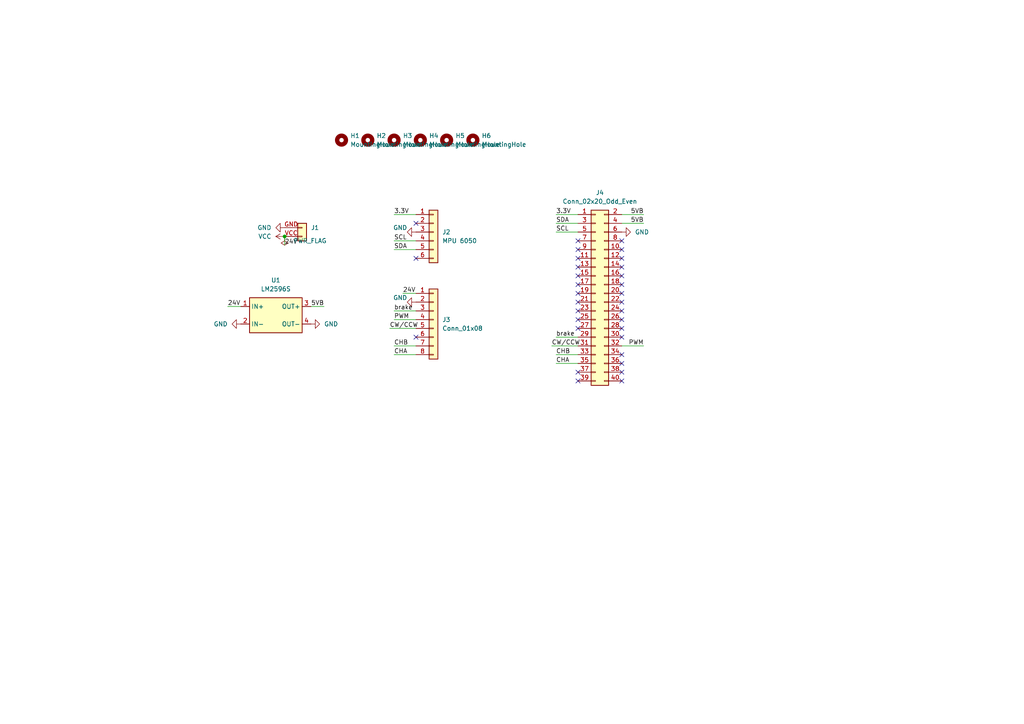
<source format=kicad_sch>
(kicad_sch (version 20211123) (generator eeschema)

  (uuid c9f9accc-add1-491f-a5bc-ff111a891312)

  (paper "A4")

  (lib_symbols
    (symbol "24V_Li_batt:Conn_01x06" (pin_names (offset 1.016) hide) (in_bom yes) (on_board yes)
      (property "Reference" "J" (id 0) (at 0 7.62 0)
        (effects (font (size 1.27 1.27)))
      )
      (property "Value" "Conn_01x06" (id 1) (at 0 -10.16 0)
        (effects (font (size 1.27 1.27)))
      )
      (property "Footprint" "" (id 2) (at 0 0 0)
        (effects (font (size 1.27 1.27)) hide)
      )
      (property "Datasheet" "~" (id 3) (at 0 0 0)
        (effects (font (size 1.27 1.27)) hide)
      )
      (property "ki_keywords" "connector" (id 4) (at 0 0 0)
        (effects (font (size 1.27 1.27)) hide)
      )
      (property "ki_description" "Generic connector, single row, 01x06, script generated (kicad-library-utils/schlib/autogen/connector/)" (id 5) (at 0 0 0)
        (effects (font (size 1.27 1.27)) hide)
      )
      (property "ki_fp_filters" "Connector*:*_1x??_*" (id 6) (at 0 0 0)
        (effects (font (size 1.27 1.27)) hide)
      )
      (symbol "Conn_01x06_1_1"
        (rectangle (start -1.27 -7.493) (end 0 -7.747)
          (stroke (width 0.1524) (type default) (color 0 0 0 0))
          (fill (type none))
        )
        (rectangle (start -1.27 -4.953) (end 0 -5.207)
          (stroke (width 0.1524) (type default) (color 0 0 0 0))
          (fill (type none))
        )
        (rectangle (start -1.27 -2.413) (end 0 -2.667)
          (stroke (width 0.1524) (type default) (color 0 0 0 0))
          (fill (type none))
        )
        (rectangle (start -1.27 0.127) (end 0 -0.127)
          (stroke (width 0.1524) (type default) (color 0 0 0 0))
          (fill (type none))
        )
        (rectangle (start -1.27 2.667) (end 0 2.413)
          (stroke (width 0.1524) (type default) (color 0 0 0 0))
          (fill (type none))
        )
        (rectangle (start -1.27 5.207) (end 0 4.953)
          (stroke (width 0.1524) (type default) (color 0 0 0 0))
          (fill (type none))
        )
        (rectangle (start -1.27 6.35) (end 1.27 -8.89)
          (stroke (width 0.254) (type default) (color 0 0 0 0))
          (fill (type background))
        )
        (pin passive line (at -5.08 5.08 0) (length 3.81)
          (name "Pin_1" (effects (font (size 1.27 1.27))))
          (number "1" (effects (font (size 1.27 1.27))))
        )
        (pin passive line (at -5.08 2.54 0) (length 3.81)
          (name "Pin_2" (effects (font (size 1.27 1.27))))
          (number "2" (effects (font (size 1.27 1.27))))
        )
        (pin passive line (at -5.08 0 0) (length 3.81)
          (name "Pin_3" (effects (font (size 1.27 1.27))))
          (number "3" (effects (font (size 1.27 1.27))))
        )
        (pin passive line (at -5.08 -2.54 0) (length 3.81)
          (name "Pin_4" (effects (font (size 1.27 1.27))))
          (number "4" (effects (font (size 1.27 1.27))))
        )
        (pin passive line (at -5.08 -5.08 0) (length 3.81)
          (name "Pin_5" (effects (font (size 1.27 1.27))))
          (number "5" (effects (font (size 1.27 1.27))))
        )
        (pin passive line (at -5.08 -7.62 0) (length 3.81)
          (name "Pin_6" (effects (font (size 1.27 1.27))))
          (number "6" (effects (font (size 1.27 1.27))))
        )
      )
    )
    (symbol "24V_Li_batt:Conn_01x08" (pin_names (offset 1.016) hide) (in_bom yes) (on_board yes)
      (property "Reference" "J" (id 0) (at 0 10.16 0)
        (effects (font (size 1.27 1.27)))
      )
      (property "Value" "Conn_01x08" (id 1) (at 0 -12.7 0)
        (effects (font (size 1.27 1.27)))
      )
      (property "Footprint" "" (id 2) (at 0 0 0)
        (effects (font (size 1.27 1.27)) hide)
      )
      (property "Datasheet" "~" (id 3) (at 0 0 0)
        (effects (font (size 1.27 1.27)) hide)
      )
      (property "ki_keywords" "connector" (id 4) (at 0 0 0)
        (effects (font (size 1.27 1.27)) hide)
      )
      (property "ki_description" "Generic connector, single row, 01x08, script generated (kicad-library-utils/schlib/autogen/connector/)" (id 5) (at 0 0 0)
        (effects (font (size 1.27 1.27)) hide)
      )
      (property "ki_fp_filters" "Connector*:*_1x??_*" (id 6) (at 0 0 0)
        (effects (font (size 1.27 1.27)) hide)
      )
      (symbol "Conn_01x08_1_1"
        (rectangle (start -1.27 -10.033) (end 0 -10.287)
          (stroke (width 0.1524) (type default) (color 0 0 0 0))
          (fill (type none))
        )
        (rectangle (start -1.27 -7.493) (end 0 -7.747)
          (stroke (width 0.1524) (type default) (color 0 0 0 0))
          (fill (type none))
        )
        (rectangle (start -1.27 -4.953) (end 0 -5.207)
          (stroke (width 0.1524) (type default) (color 0 0 0 0))
          (fill (type none))
        )
        (rectangle (start -1.27 -2.413) (end 0 -2.667)
          (stroke (width 0.1524) (type default) (color 0 0 0 0))
          (fill (type none))
        )
        (rectangle (start -1.27 0.127) (end 0 -0.127)
          (stroke (width 0.1524) (type default) (color 0 0 0 0))
          (fill (type none))
        )
        (rectangle (start -1.27 2.667) (end 0 2.413)
          (stroke (width 0.1524) (type default) (color 0 0 0 0))
          (fill (type none))
        )
        (rectangle (start -1.27 5.207) (end 0 4.953)
          (stroke (width 0.1524) (type default) (color 0 0 0 0))
          (fill (type none))
        )
        (rectangle (start -1.27 7.747) (end 0 7.493)
          (stroke (width 0.1524) (type default) (color 0 0 0 0))
          (fill (type none))
        )
        (rectangle (start -1.27 8.89) (end 1.27 -11.43)
          (stroke (width 0.254) (type default) (color 0 0 0 0))
          (fill (type background))
        )
        (pin passive line (at -5.08 7.62 0) (length 3.81)
          (name "Pin_1" (effects (font (size 1.27 1.27))))
          (number "1" (effects (font (size 1.27 1.27))))
        )
        (pin passive line (at -5.08 5.08 0) (length 3.81)
          (name "Pin_2" (effects (font (size 1.27 1.27))))
          (number "2" (effects (font (size 1.27 1.27))))
        )
        (pin passive line (at -5.08 2.54 0) (length 3.81)
          (name "Pin_3" (effects (font (size 1.27 1.27))))
          (number "3" (effects (font (size 1.27 1.27))))
        )
        (pin passive line (at -5.08 0 0) (length 3.81)
          (name "Pin_4" (effects (font (size 1.27 1.27))))
          (number "4" (effects (font (size 1.27 1.27))))
        )
        (pin passive line (at -5.08 -2.54 0) (length 3.81)
          (name "Pin_5" (effects (font (size 1.27 1.27))))
          (number "5" (effects (font (size 1.27 1.27))))
        )
        (pin passive line (at -5.08 -5.08 0) (length 3.81)
          (name "Pin_6" (effects (font (size 1.27 1.27))))
          (number "6" (effects (font (size 1.27 1.27))))
        )
        (pin passive line (at -5.08 -7.62 0) (length 3.81)
          (name "Pin_7" (effects (font (size 1.27 1.27))))
          (number "7" (effects (font (size 1.27 1.27))))
        )
        (pin passive line (at -5.08 -10.16 0) (length 3.81)
          (name "Pin_8" (effects (font (size 1.27 1.27))))
          (number "8" (effects (font (size 1.27 1.27))))
        )
      )
    )
    (symbol "24V_Li_batt:Conn_02x20_Odd_Even" (pin_names (offset 1.016) hide) (in_bom yes) (on_board yes)
      (property "Reference" "J" (id 0) (at 1.27 25.4 0)
        (effects (font (size 1.27 1.27)))
      )
      (property "Value" "Conn_02x20_Odd_Even" (id 1) (at 1.27 -27.94 0)
        (effects (font (size 1.27 1.27)))
      )
      (property "Footprint" "" (id 2) (at 0 0 0)
        (effects (font (size 1.27 1.27)) hide)
      )
      (property "Datasheet" "~" (id 3) (at 0 0 0)
        (effects (font (size 1.27 1.27)) hide)
      )
      (property "ki_keywords" "connector" (id 4) (at 0 0 0)
        (effects (font (size 1.27 1.27)) hide)
      )
      (property "ki_description" "Generic connector, double row, 02x20, odd/even pin numbering scheme (row 1 odd numbers, row 2 even numbers), script generated (kicad-library-utils/schlib/autogen/connector/)" (id 5) (at 0 0 0)
        (effects (font (size 1.27 1.27)) hide)
      )
      (property "ki_fp_filters" "Connector*:*_2x??_*" (id 6) (at 0 0 0)
        (effects (font (size 1.27 1.27)) hide)
      )
      (symbol "Conn_02x20_Odd_Even_1_1"
        (rectangle (start -1.27 -25.273) (end 0 -25.527)
          (stroke (width 0.1524) (type default) (color 0 0 0 0))
          (fill (type none))
        )
        (rectangle (start -1.27 -22.733) (end 0 -22.987)
          (stroke (width 0.1524) (type default) (color 0 0 0 0))
          (fill (type none))
        )
        (rectangle (start -1.27 -20.193) (end 0 -20.447)
          (stroke (width 0.1524) (type default) (color 0 0 0 0))
          (fill (type none))
        )
        (rectangle (start -1.27 -17.653) (end 0 -17.907)
          (stroke (width 0.1524) (type default) (color 0 0 0 0))
          (fill (type none))
        )
        (rectangle (start -1.27 -15.113) (end 0 -15.367)
          (stroke (width 0.1524) (type default) (color 0 0 0 0))
          (fill (type none))
        )
        (rectangle (start -1.27 -12.573) (end 0 -12.827)
          (stroke (width 0.1524) (type default) (color 0 0 0 0))
          (fill (type none))
        )
        (rectangle (start -1.27 -10.033) (end 0 -10.287)
          (stroke (width 0.1524) (type default) (color 0 0 0 0))
          (fill (type none))
        )
        (rectangle (start -1.27 -7.493) (end 0 -7.747)
          (stroke (width 0.1524) (type default) (color 0 0 0 0))
          (fill (type none))
        )
        (rectangle (start -1.27 -4.953) (end 0 -5.207)
          (stroke (width 0.1524) (type default) (color 0 0 0 0))
          (fill (type none))
        )
        (rectangle (start -1.27 -2.413) (end 0 -2.667)
          (stroke (width 0.1524) (type default) (color 0 0 0 0))
          (fill (type none))
        )
        (rectangle (start -1.27 0.127) (end 0 -0.127)
          (stroke (width 0.1524) (type default) (color 0 0 0 0))
          (fill (type none))
        )
        (rectangle (start -1.27 2.667) (end 0 2.413)
          (stroke (width 0.1524) (type default) (color 0 0 0 0))
          (fill (type none))
        )
        (rectangle (start -1.27 5.207) (end 0 4.953)
          (stroke (width 0.1524) (type default) (color 0 0 0 0))
          (fill (type none))
        )
        (rectangle (start -1.27 7.747) (end 0 7.493)
          (stroke (width 0.1524) (type default) (color 0 0 0 0))
          (fill (type none))
        )
        (rectangle (start -1.27 10.287) (end 0 10.033)
          (stroke (width 0.1524) (type default) (color 0 0 0 0))
          (fill (type none))
        )
        (rectangle (start -1.27 12.827) (end 0 12.573)
          (stroke (width 0.1524) (type default) (color 0 0 0 0))
          (fill (type none))
        )
        (rectangle (start -1.27 15.367) (end 0 15.113)
          (stroke (width 0.1524) (type default) (color 0 0 0 0))
          (fill (type none))
        )
        (rectangle (start -1.27 17.907) (end 0 17.653)
          (stroke (width 0.1524) (type default) (color 0 0 0 0))
          (fill (type none))
        )
        (rectangle (start -1.27 20.447) (end 0 20.193)
          (stroke (width 0.1524) (type default) (color 0 0 0 0))
          (fill (type none))
        )
        (rectangle (start -1.27 22.987) (end 0 22.733)
          (stroke (width 0.1524) (type default) (color 0 0 0 0))
          (fill (type none))
        )
        (rectangle (start -1.27 24.13) (end 3.81 -26.67)
          (stroke (width 0.254) (type default) (color 0 0 0 0))
          (fill (type background))
        )
        (rectangle (start 3.81 -25.273) (end 2.54 -25.527)
          (stroke (width 0.1524) (type default) (color 0 0 0 0))
          (fill (type none))
        )
        (rectangle (start 3.81 -22.733) (end 2.54 -22.987)
          (stroke (width 0.1524) (type default) (color 0 0 0 0))
          (fill (type none))
        )
        (rectangle (start 3.81 -20.193) (end 2.54 -20.447)
          (stroke (width 0.1524) (type default) (color 0 0 0 0))
          (fill (type none))
        )
        (rectangle (start 3.81 -17.653) (end 2.54 -17.907)
          (stroke (width 0.1524) (type default) (color 0 0 0 0))
          (fill (type none))
        )
        (rectangle (start 3.81 -15.113) (end 2.54 -15.367)
          (stroke (width 0.1524) (type default) (color 0 0 0 0))
          (fill (type none))
        )
        (rectangle (start 3.81 -12.573) (end 2.54 -12.827)
          (stroke (width 0.1524) (type default) (color 0 0 0 0))
          (fill (type none))
        )
        (rectangle (start 3.81 -10.033) (end 2.54 -10.287)
          (stroke (width 0.1524) (type default) (color 0 0 0 0))
          (fill (type none))
        )
        (rectangle (start 3.81 -7.493) (end 2.54 -7.747)
          (stroke (width 0.1524) (type default) (color 0 0 0 0))
          (fill (type none))
        )
        (rectangle (start 3.81 -4.953) (end 2.54 -5.207)
          (stroke (width 0.1524) (type default) (color 0 0 0 0))
          (fill (type none))
        )
        (rectangle (start 3.81 -2.413) (end 2.54 -2.667)
          (stroke (width 0.1524) (type default) (color 0 0 0 0))
          (fill (type none))
        )
        (rectangle (start 3.81 0.127) (end 2.54 -0.127)
          (stroke (width 0.1524) (type default) (color 0 0 0 0))
          (fill (type none))
        )
        (rectangle (start 3.81 2.667) (end 2.54 2.413)
          (stroke (width 0.1524) (type default) (color 0 0 0 0))
          (fill (type none))
        )
        (rectangle (start 3.81 5.207) (end 2.54 4.953)
          (stroke (width 0.1524) (type default) (color 0 0 0 0))
          (fill (type none))
        )
        (rectangle (start 3.81 7.747) (end 2.54 7.493)
          (stroke (width 0.1524) (type default) (color 0 0 0 0))
          (fill (type none))
        )
        (rectangle (start 3.81 10.287) (end 2.54 10.033)
          (stroke (width 0.1524) (type default) (color 0 0 0 0))
          (fill (type none))
        )
        (rectangle (start 3.81 12.827) (end 2.54 12.573)
          (stroke (width 0.1524) (type default) (color 0 0 0 0))
          (fill (type none))
        )
        (rectangle (start 3.81 15.367) (end 2.54 15.113)
          (stroke (width 0.1524) (type default) (color 0 0 0 0))
          (fill (type none))
        )
        (rectangle (start 3.81 17.907) (end 2.54 17.653)
          (stroke (width 0.1524) (type default) (color 0 0 0 0))
          (fill (type none))
        )
        (rectangle (start 3.81 20.447) (end 2.54 20.193)
          (stroke (width 0.1524) (type default) (color 0 0 0 0))
          (fill (type none))
        )
        (rectangle (start 3.81 22.987) (end 2.54 22.733)
          (stroke (width 0.1524) (type default) (color 0 0 0 0))
          (fill (type none))
        )
        (pin passive line (at -5.08 22.86 0) (length 3.81)
          (name "Pin_1" (effects (font (size 1.27 1.27))))
          (number "1" (effects (font (size 1.27 1.27))))
        )
        (pin passive line (at 7.62 12.7 180) (length 3.81)
          (name "Pin_10" (effects (font (size 1.27 1.27))))
          (number "10" (effects (font (size 1.27 1.27))))
        )
        (pin passive line (at -5.08 10.16 0) (length 3.81)
          (name "Pin_11" (effects (font (size 1.27 1.27))))
          (number "11" (effects (font (size 1.27 1.27))))
        )
        (pin passive line (at 7.62 10.16 180) (length 3.81)
          (name "Pin_12" (effects (font (size 1.27 1.27))))
          (number "12" (effects (font (size 1.27 1.27))))
        )
        (pin passive line (at -5.08 7.62 0) (length 3.81)
          (name "Pin_13" (effects (font (size 1.27 1.27))))
          (number "13" (effects (font (size 1.27 1.27))))
        )
        (pin passive line (at 7.62 7.62 180) (length 3.81)
          (name "Pin_14" (effects (font (size 1.27 1.27))))
          (number "14" (effects (font (size 1.27 1.27))))
        )
        (pin passive line (at -5.08 5.08 0) (length 3.81)
          (name "Pin_15" (effects (font (size 1.27 1.27))))
          (number "15" (effects (font (size 1.27 1.27))))
        )
        (pin passive line (at 7.62 5.08 180) (length 3.81)
          (name "Pin_16" (effects (font (size 1.27 1.27))))
          (number "16" (effects (font (size 1.27 1.27))))
        )
        (pin passive line (at -5.08 2.54 0) (length 3.81)
          (name "Pin_17" (effects (font (size 1.27 1.27))))
          (number "17" (effects (font (size 1.27 1.27))))
        )
        (pin passive line (at 7.62 2.54 180) (length 3.81)
          (name "Pin_18" (effects (font (size 1.27 1.27))))
          (number "18" (effects (font (size 1.27 1.27))))
        )
        (pin passive line (at -5.08 0 0) (length 3.81)
          (name "Pin_19" (effects (font (size 1.27 1.27))))
          (number "19" (effects (font (size 1.27 1.27))))
        )
        (pin passive line (at 7.62 22.86 180) (length 3.81)
          (name "Pin_2" (effects (font (size 1.27 1.27))))
          (number "2" (effects (font (size 1.27 1.27))))
        )
        (pin passive line (at 7.62 0 180) (length 3.81)
          (name "Pin_20" (effects (font (size 1.27 1.27))))
          (number "20" (effects (font (size 1.27 1.27))))
        )
        (pin passive line (at -5.08 -2.54 0) (length 3.81)
          (name "Pin_21" (effects (font (size 1.27 1.27))))
          (number "21" (effects (font (size 1.27 1.27))))
        )
        (pin passive line (at 7.62 -2.54 180) (length 3.81)
          (name "Pin_22" (effects (font (size 1.27 1.27))))
          (number "22" (effects (font (size 1.27 1.27))))
        )
        (pin passive line (at -5.08 -5.08 0) (length 3.81)
          (name "Pin_23" (effects (font (size 1.27 1.27))))
          (number "23" (effects (font (size 1.27 1.27))))
        )
        (pin passive line (at 7.62 -5.08 180) (length 3.81)
          (name "Pin_24" (effects (font (size 1.27 1.27))))
          (number "24" (effects (font (size 1.27 1.27))))
        )
        (pin passive line (at -5.08 -7.62 0) (length 3.81)
          (name "Pin_25" (effects (font (size 1.27 1.27))))
          (number "25" (effects (font (size 1.27 1.27))))
        )
        (pin passive line (at 7.62 -7.62 180) (length 3.81)
          (name "Pin_26" (effects (font (size 1.27 1.27))))
          (number "26" (effects (font (size 1.27 1.27))))
        )
        (pin passive line (at -5.08 -10.16 0) (length 3.81)
          (name "Pin_27" (effects (font (size 1.27 1.27))))
          (number "27" (effects (font (size 1.27 1.27))))
        )
        (pin passive line (at 7.62 -10.16 180) (length 3.81)
          (name "Pin_28" (effects (font (size 1.27 1.27))))
          (number "28" (effects (font (size 1.27 1.27))))
        )
        (pin passive line (at -5.08 -12.7 0) (length 3.81)
          (name "Pin_29" (effects (font (size 1.27 1.27))))
          (number "29" (effects (font (size 1.27 1.27))))
        )
        (pin passive line (at -5.08 20.32 0) (length 3.81)
          (name "Pin_3" (effects (font (size 1.27 1.27))))
          (number "3" (effects (font (size 1.27 1.27))))
        )
        (pin passive line (at 7.62 -12.7 180) (length 3.81)
          (name "Pin_30" (effects (font (size 1.27 1.27))))
          (number "30" (effects (font (size 1.27 1.27))))
        )
        (pin passive line (at -5.08 -15.24 0) (length 3.81)
          (name "Pin_31" (effects (font (size 1.27 1.27))))
          (number "31" (effects (font (size 1.27 1.27))))
        )
        (pin passive line (at 7.62 -15.24 180) (length 3.81)
          (name "Pin_32" (effects (font (size 1.27 1.27))))
          (number "32" (effects (font (size 1.27 1.27))))
        )
        (pin passive line (at -5.08 -17.78 0) (length 3.81)
          (name "Pin_33" (effects (font (size 1.27 1.27))))
          (number "33" (effects (font (size 1.27 1.27))))
        )
        (pin passive line (at 7.62 -17.78 180) (length 3.81)
          (name "Pin_34" (effects (font (size 1.27 1.27))))
          (number "34" (effects (font (size 1.27 1.27))))
        )
        (pin passive line (at -5.08 -20.32 0) (length 3.81)
          (name "Pin_35" (effects (font (size 1.27 1.27))))
          (number "35" (effects (font (size 1.27 1.27))))
        )
        (pin passive line (at 7.62 -20.32 180) (length 3.81)
          (name "Pin_36" (effects (font (size 1.27 1.27))))
          (number "36" (effects (font (size 1.27 1.27))))
        )
        (pin passive line (at -5.08 -22.86 0) (length 3.81)
          (name "Pin_37" (effects (font (size 1.27 1.27))))
          (number "37" (effects (font (size 1.27 1.27))))
        )
        (pin passive line (at 7.62 -22.86 180) (length 3.81)
          (name "Pin_38" (effects (font (size 1.27 1.27))))
          (number "38" (effects (font (size 1.27 1.27))))
        )
        (pin passive line (at -5.08 -25.4 0) (length 3.81)
          (name "Pin_39" (effects (font (size 1.27 1.27))))
          (number "39" (effects (font (size 1.27 1.27))))
        )
        (pin passive line (at 7.62 20.32 180) (length 3.81)
          (name "Pin_4" (effects (font (size 1.27 1.27))))
          (number "4" (effects (font (size 1.27 1.27))))
        )
        (pin passive line (at 7.62 -25.4 180) (length 3.81)
          (name "Pin_40" (effects (font (size 1.27 1.27))))
          (number "40" (effects (font (size 1.27 1.27))))
        )
        (pin passive line (at -5.08 17.78 0) (length 3.81)
          (name "Pin_5" (effects (font (size 1.27 1.27))))
          (number "5" (effects (font (size 1.27 1.27))))
        )
        (pin passive line (at 7.62 17.78 180) (length 3.81)
          (name "Pin_6" (effects (font (size 1.27 1.27))))
          (number "6" (effects (font (size 1.27 1.27))))
        )
        (pin passive line (at -5.08 15.24 0) (length 3.81)
          (name "Pin_7" (effects (font (size 1.27 1.27))))
          (number "7" (effects (font (size 1.27 1.27))))
        )
        (pin passive line (at 7.62 15.24 180) (length 3.81)
          (name "Pin_8" (effects (font (size 1.27 1.27))))
          (number "8" (effects (font (size 1.27 1.27))))
        )
        (pin passive line (at -5.08 12.7 0) (length 3.81)
          (name "Pin_9" (effects (font (size 1.27 1.27))))
          (number "9" (effects (font (size 1.27 1.27))))
        )
      )
    )
    (symbol "24V_Li_batt:Li 24V Battery" (pin_names (offset 1.016) hide) (in_bom yes) (on_board yes)
      (property "Reference" "J1" (id 0) (at 2.54 0.0001 0)
        (effects (font (size 1.27 1.27)) (justify left))
      )
      (property "Value" "Li 24V Battery" (id 1) (at 2.54 -2.5399 0)
        (effects (font (size 1.27 1.27)) (justify left) hide)
      )
      (property "Footprint" "cube:24V_Li_batt" (id 2) (at 0 2.54 0)
        (effects (font (size 1.27 1.27)) hide)
      )
      (property "Datasheet" "~" (id 3) (at 0 0 0)
        (effects (font (size 1.27 1.27)) hide)
      )
      (property "ki_keywords" "connector" (id 4) (at 0 0 0)
        (effects (font (size 1.27 1.27)) hide)
      )
      (property "ki_description" "Generic connector, single row, 01x02, script generated (kicad-library-utils/schlib/autogen/connector/)" (id 5) (at 0 0 0)
        (effects (font (size 1.27 1.27)) hide)
      )
      (property "ki_fp_filters" "Connector*:*_1x??_*" (id 6) (at 0 0 0)
        (effects (font (size 1.27 1.27)) hide)
      )
      (symbol "Li 24V Battery_1_1"
        (rectangle (start -1.27 -2.413) (end 0 -2.667)
          (stroke (width 0.1524) (type default) (color 0 0 0 0))
          (fill (type none))
        )
        (rectangle (start -1.27 0.127) (end 0 -0.127)
          (stroke (width 0.1524) (type default) (color 0 0 0 0))
          (fill (type none))
        )
        (rectangle (start -1.27 1.27) (end 1.27 -3.81)
          (stroke (width 0.254) (type default) (color 0 0 0 0))
          (fill (type background))
        )
        (pin input line (at -5.08 0 0) (length 3.81)
          (name "Pin_1" (effects (font (size 1.27 1.27))))
          (number "GND" (effects (font (size 1.27 1.27))))
        )
        (pin power_in line (at -5.08 -2.54 0) (length 3.81)
          (name "Pin_2" (effects (font (size 1.27 1.27))))
          (number "VCC" (effects (font (size 1.27 1.27))))
        )
      )
    )
    (symbol "Mechanical:MountingHole" (pin_names (offset 1.016)) (in_bom yes) (on_board yes)
      (property "Reference" "H" (id 0) (at 0 5.08 0)
        (effects (font (size 1.27 1.27)))
      )
      (property "Value" "MountingHole" (id 1) (at 0 3.175 0)
        (effects (font (size 1.27 1.27)))
      )
      (property "Footprint" "" (id 2) (at 0 0 0)
        (effects (font (size 1.27 1.27)) hide)
      )
      (property "Datasheet" "~" (id 3) (at 0 0 0)
        (effects (font (size 1.27 1.27)) hide)
      )
      (property "ki_keywords" "mounting hole" (id 4) (at 0 0 0)
        (effects (font (size 1.27 1.27)) hide)
      )
      (property "ki_description" "Mounting Hole without connection" (id 5) (at 0 0 0)
        (effects (font (size 1.27 1.27)) hide)
      )
      (property "ki_fp_filters" "MountingHole*" (id 6) (at 0 0 0)
        (effects (font (size 1.27 1.27)) hide)
      )
      (symbol "MountingHole_0_1"
        (circle (center 0 0) (radius 1.27)
          (stroke (width 1.27) (type default) (color 0 0 0 0))
          (fill (type none))
        )
      )
    )
    (symbol "Regulator_Switching:LM2596S" (in_bom yes) (on_board yes)
      (property "Reference" "U1" (id 0) (at 0 10.16 0)
        (effects (font (size 1.27 1.27)))
      )
      (property "Value" "LM2596S" (id 1) (at 0 7.62 0)
        (effects (font (size 1.27 1.27)))
      )
      (property "Footprint" "cube:LM2596S_mod" (id 2) (at 0 -10.16 0)
        (effects (font (size 1.27 1.27) italic) hide)
      )
      (property "Datasheet" "" (id 3) (at 0 -12.7 0)
        (effects (font (size 1.27 1.27)) hide)
      )
      (property "ki_keywords" "linear regulator ldo adjustable positive" (id 4) (at 0 0 0)
        (effects (font (size 1.27 1.27)) hide)
      )
      (property "ki_description" "200mA, Low Noise, CMOS Low Dropout Regulator, Positive, Adjustable, SOIC-8" (id 5) (at 0 0 0)
        (effects (font (size 1.27 1.27)) hide)
      )
      (property "ki_fp_filters" "SOIC*1EP*3.9x4.9mm*P1.27mm*" (id 6) (at 0 0 0)
        (effects (font (size 1.27 1.27)) hide)
      )
      (symbol "LM2596S_0_1"
        (rectangle (start -7.62 5.08) (end 7.62 -5.08)
          (stroke (width 0.254) (type default) (color 0 0 0 0))
          (fill (type background))
        )
      )
      (symbol "LM2596S_1_1"
        (pin power_in line (at -10.16 2.54 0) (length 2.54)
          (name "IN+" (effects (font (size 1.27 1.27))))
          (number "1" (effects (font (size 1.27 1.27))))
        )
        (pin input line (at -10.16 -2.54 0) (length 2.54)
          (name "IN-" (effects (font (size 1.27 1.27))))
          (number "2" (effects (font (size 1.27 1.27))))
        )
        (pin power_out line (at 10.16 2.54 180) (length 2.54)
          (name "OUT+" (effects (font (size 1.27 1.27))))
          (number "3" (effects (font (size 1.27 1.27))))
        )
        (pin power_out line (at 10.16 -2.54 180) (length 2.54)
          (name "OUT-" (effects (font (size 1.27 1.27))))
          (number "4" (effects (font (size 1.27 1.27))))
        )
      )
    )
    (symbol "power:GND" (power) (pin_names (offset 0)) (in_bom yes) (on_board yes)
      (property "Reference" "#PWR" (id 0) (at 0 -6.35 0)
        (effects (font (size 1.27 1.27)) hide)
      )
      (property "Value" "GND" (id 1) (at 0 -3.81 0)
        (effects (font (size 1.27 1.27)))
      )
      (property "Footprint" "" (id 2) (at 0 0 0)
        (effects (font (size 1.27 1.27)) hide)
      )
      (property "Datasheet" "" (id 3) (at 0 0 0)
        (effects (font (size 1.27 1.27)) hide)
      )
      (property "ki_keywords" "power-flag" (id 4) (at 0 0 0)
        (effects (font (size 1.27 1.27)) hide)
      )
      (property "ki_description" "Power symbol creates a global label with name \"GND\" , ground" (id 5) (at 0 0 0)
        (effects (font (size 1.27 1.27)) hide)
      )
      (symbol "GND_0_1"
        (polyline
          (pts
            (xy 0 0)
            (xy 0 -1.27)
            (xy 1.27 -1.27)
            (xy 0 -2.54)
            (xy -1.27 -1.27)
            (xy 0 -1.27)
          )
          (stroke (width 0) (type default) (color 0 0 0 0))
          (fill (type none))
        )
      )
      (symbol "GND_1_1"
        (pin power_in line (at 0 0 270) (length 0) hide
          (name "GND" (effects (font (size 1.27 1.27))))
          (number "1" (effects (font (size 1.27 1.27))))
        )
      )
    )
    (symbol "power:PWR_FLAG" (power) (pin_numbers hide) (pin_names (offset 0) hide) (in_bom yes) (on_board yes)
      (property "Reference" "#FLG" (id 0) (at 0 1.905 0)
        (effects (font (size 1.27 1.27)) hide)
      )
      (property "Value" "PWR_FLAG" (id 1) (at 0 3.81 0)
        (effects (font (size 1.27 1.27)))
      )
      (property "Footprint" "" (id 2) (at 0 0 0)
        (effects (font (size 1.27 1.27)) hide)
      )
      (property "Datasheet" "~" (id 3) (at 0 0 0)
        (effects (font (size 1.27 1.27)) hide)
      )
      (property "ki_keywords" "power-flag" (id 4) (at 0 0 0)
        (effects (font (size 1.27 1.27)) hide)
      )
      (property "ki_description" "Special symbol for telling ERC where power comes from" (id 5) (at 0 0 0)
        (effects (font (size 1.27 1.27)) hide)
      )
      (symbol "PWR_FLAG_0_0"
        (pin power_out line (at 0 0 90) (length 0)
          (name "pwr" (effects (font (size 1.27 1.27))))
          (number "1" (effects (font (size 1.27 1.27))))
        )
      )
      (symbol "PWR_FLAG_0_1"
        (polyline
          (pts
            (xy 0 0)
            (xy 0 1.27)
            (xy -1.016 1.905)
            (xy 0 2.54)
            (xy 1.016 1.905)
            (xy 0 1.27)
          )
          (stroke (width 0) (type default) (color 0 0 0 0))
          (fill (type none))
        )
      )
    )
    (symbol "power:VCC" (power) (pin_names (offset 0)) (in_bom yes) (on_board yes)
      (property "Reference" "#PWR" (id 0) (at 0 -3.81 0)
        (effects (font (size 1.27 1.27)) hide)
      )
      (property "Value" "VCC" (id 1) (at 0 3.81 0)
        (effects (font (size 1.27 1.27)))
      )
      (property "Footprint" "" (id 2) (at 0 0 0)
        (effects (font (size 1.27 1.27)) hide)
      )
      (property "Datasheet" "" (id 3) (at 0 0 0)
        (effects (font (size 1.27 1.27)) hide)
      )
      (property "ki_keywords" "power-flag" (id 4) (at 0 0 0)
        (effects (font (size 1.27 1.27)) hide)
      )
      (property "ki_description" "Power symbol creates a global label with name \"VCC\"" (id 5) (at 0 0 0)
        (effects (font (size 1.27 1.27)) hide)
      )
      (symbol "VCC_0_1"
        (polyline
          (pts
            (xy -0.762 1.27)
            (xy 0 2.54)
          )
          (stroke (width 0) (type default) (color 0 0 0 0))
          (fill (type none))
        )
        (polyline
          (pts
            (xy 0 0)
            (xy 0 2.54)
          )
          (stroke (width 0) (type default) (color 0 0 0 0))
          (fill (type none))
        )
        (polyline
          (pts
            (xy 0 2.54)
            (xy 0.762 1.27)
          )
          (stroke (width 0) (type default) (color 0 0 0 0))
          (fill (type none))
        )
      )
      (symbol "VCC_1_1"
        (pin power_in line (at 0 0 90) (length 0) hide
          (name "VCC" (effects (font (size 1.27 1.27))))
          (number "1" (effects (font (size 1.27 1.27))))
        )
      )
    )
  )

  (junction (at 82.55 68.58) (diameter 0) (color 0 0 0 0)
    (uuid cc52c3b3-7183-456b-b748-da7aa231ac5b)
  )

  (no_connect (at 120.65 97.79) (uuid 027c3457-ea8d-4db9-a684-c26a3f7b7ca4))
  (no_connect (at 120.65 74.93) (uuid 6304882a-809d-4a5e-b34e-899624023059))
  (no_connect (at 167.64 77.47) (uuid 99b27f45-4dd2-4ab6-b97d-6526c121c32d))
  (no_connect (at 167.64 80.01) (uuid 99b27f45-4dd2-4ab6-b97d-6526c121c32e))
  (no_connect (at 167.64 69.85) (uuid 99b27f45-4dd2-4ab6-b97d-6526c121c32f))
  (no_connect (at 167.64 72.39) (uuid 99b27f45-4dd2-4ab6-b97d-6526c121c330))
  (no_connect (at 167.64 74.93) (uuid 99b27f45-4dd2-4ab6-b97d-6526c121c331))
  (no_connect (at 120.65 64.77) (uuid d07516f7-07a9-4c78-8560-a3973e3482f6))
  (no_connect (at 167.64 92.71) (uuid fb423053-5b6c-40dc-87a3-2ac396cbbbf0))
  (no_connect (at 167.64 95.25) (uuid fb423053-5b6c-40dc-87a3-2ac396cbbbf1))
  (no_connect (at 167.64 107.95) (uuid fb423053-5b6c-40dc-87a3-2ac396cbbbf2))
  (no_connect (at 180.34 72.39) (uuid fb423053-5b6c-40dc-87a3-2ac396cbbbf3))
  (no_connect (at 180.34 69.85) (uuid fb423053-5b6c-40dc-87a3-2ac396cbbbf4))
  (no_connect (at 167.64 82.55) (uuid fb423053-5b6c-40dc-87a3-2ac396cbbbf7))
  (no_connect (at 167.64 85.09) (uuid fb423053-5b6c-40dc-87a3-2ac396cbbbf8))
  (no_connect (at 167.64 87.63) (uuid fb423053-5b6c-40dc-87a3-2ac396cbbbf9))
  (no_connect (at 167.64 110.49) (uuid fb423053-5b6c-40dc-87a3-2ac396cbbbfa))
  (no_connect (at 180.34 110.49) (uuid fb423053-5b6c-40dc-87a3-2ac396cbbbfb))
  (no_connect (at 180.34 107.95) (uuid fb423053-5b6c-40dc-87a3-2ac396cbbbfc))
  (no_connect (at 180.34 105.41) (uuid fb423053-5b6c-40dc-87a3-2ac396cbbbfd))
  (no_connect (at 180.34 102.87) (uuid fb423053-5b6c-40dc-87a3-2ac396cbbbfe))
  (no_connect (at 167.64 90.17) (uuid fb423053-5b6c-40dc-87a3-2ac396cbbbff))
  (no_connect (at 180.34 97.79) (uuid fb423053-5b6c-40dc-87a3-2ac396cbbc00))
  (no_connect (at 180.34 95.25) (uuid fb423053-5b6c-40dc-87a3-2ac396cbbc01))
  (no_connect (at 180.34 92.71) (uuid fb423053-5b6c-40dc-87a3-2ac396cbbc02))
  (no_connect (at 180.34 90.17) (uuid fb423053-5b6c-40dc-87a3-2ac396cbbc03))
  (no_connect (at 180.34 87.63) (uuid fb423053-5b6c-40dc-87a3-2ac396cbbc04))
  (no_connect (at 180.34 85.09) (uuid fb423053-5b6c-40dc-87a3-2ac396cbbc05))
  (no_connect (at 180.34 82.55) (uuid fb423053-5b6c-40dc-87a3-2ac396cbbc06))
  (no_connect (at 180.34 80.01) (uuid fb423053-5b6c-40dc-87a3-2ac396cbbc07))
  (no_connect (at 180.34 77.47) (uuid fb423053-5b6c-40dc-87a3-2ac396cbbc08))
  (no_connect (at 180.34 74.93) (uuid fb423053-5b6c-40dc-87a3-2ac396cbbc09))

  (wire (pts (xy 161.29 105.41) (xy 167.64 105.41))
    (stroke (width 0) (type default) (color 0 0 0 0))
    (uuid 080810ef-f09d-4135-8d25-02f44a25a41c)
  )
  (wire (pts (xy 161.29 102.87) (xy 167.64 102.87))
    (stroke (width 0) (type default) (color 0 0 0 0))
    (uuid 0b463952-34c9-47d4-9331-061102c33365)
  )
  (wire (pts (xy 93.98 88.9) (xy 90.17 88.9))
    (stroke (width 0) (type default) (color 0 0 0 0))
    (uuid 1ef29a08-83fb-424e-9ed2-59d61926fdf2)
  )
  (wire (pts (xy 114.3 100.33) (xy 120.65 100.33))
    (stroke (width 0) (type default) (color 0 0 0 0))
    (uuid 1ef367e7-9a66-4995-8c47-189788c0075c)
  )
  (wire (pts (xy 82.55 68.58) (xy 82.55 71.12))
    (stroke (width 0) (type default) (color 0 0 0 0))
    (uuid 28cce7a6-af7a-4b90-a663-b877e8e64ef7)
  )
  (wire (pts (xy 161.29 62.23) (xy 167.64 62.23))
    (stroke (width 0) (type default) (color 0 0 0 0))
    (uuid 39533880-4ae1-4348-9733-0acba459a8ca)
  )
  (wire (pts (xy 114.3 72.39) (xy 120.65 72.39))
    (stroke (width 0) (type default) (color 0 0 0 0))
    (uuid 3db51517-0382-45b4-8299-5330823109dd)
  )
  (wire (pts (xy 114.3 69.85) (xy 120.65 69.85))
    (stroke (width 0) (type default) (color 0 0 0 0))
    (uuid 3eb65cdd-7746-46e4-a244-352e70fda887)
  )
  (wire (pts (xy 116.84 85.09) (xy 120.65 85.09))
    (stroke (width 0) (type default) (color 0 0 0 0))
    (uuid 4835079d-cc36-4ce9-99bc-90f533e7a966)
  )
  (wire (pts (xy 161.29 97.79) (xy 167.64 97.79))
    (stroke (width 0) (type default) (color 0 0 0 0))
    (uuid 5d13a9bf-94d6-4fb0-adfa-4f36d6f0c1a5)
  )
  (wire (pts (xy 113.03 95.25) (xy 120.65 95.25))
    (stroke (width 0) (type default) (color 0 0 0 0))
    (uuid 6f2f14ab-4dfe-446f-bf67-57b4937db946)
  )
  (wire (pts (xy 114.3 62.23) (xy 120.65 62.23))
    (stroke (width 0) (type default) (color 0 0 0 0))
    (uuid 73608711-13f9-4521-9518-fcf1446fc81a)
  )
  (wire (pts (xy 186.69 62.23) (xy 180.34 62.23))
    (stroke (width 0) (type default) (color 0 0 0 0))
    (uuid 7ed6c71b-db81-44fc-b6e5-7b1cbd1a53e1)
  )
  (wire (pts (xy 160.02 100.33) (xy 167.64 100.33))
    (stroke (width 0) (type default) (color 0 0 0 0))
    (uuid 9448d4ac-ea78-41a5-8073-cb4f6cc5a8da)
  )
  (wire (pts (xy 161.29 64.77) (xy 167.64 64.77))
    (stroke (width 0) (type default) (color 0 0 0 0))
    (uuid 96288533-0dcc-4987-8b6c-160969bc5b32)
  )
  (wire (pts (xy 114.3 102.87) (xy 120.65 102.87))
    (stroke (width 0) (type default) (color 0 0 0 0))
    (uuid a2d8dc3e-3047-4d69-86dd-5fcff18ddb60)
  )
  (wire (pts (xy 161.29 67.31) (xy 167.64 67.31))
    (stroke (width 0) (type default) (color 0 0 0 0))
    (uuid a7b1deba-4fa6-479d-996b-fee110ca6a3d)
  )
  (wire (pts (xy 66.04 88.9) (xy 69.85 88.9))
    (stroke (width 0) (type default) (color 0 0 0 0))
    (uuid c22dc0fb-8c5e-4e16-8edb-8a84f49fa084)
  )
  (wire (pts (xy 114.3 90.17) (xy 120.65 90.17))
    (stroke (width 0) (type default) (color 0 0 0 0))
    (uuid cad85c02-0d55-4769-be99-4e561423e746)
  )
  (wire (pts (xy 186.69 64.77) (xy 180.34 64.77))
    (stroke (width 0) (type default) (color 0 0 0 0))
    (uuid d658a137-b98f-4b19-ada6-31782d57b57e)
  )
  (wire (pts (xy 114.3 92.71) (xy 120.65 92.71))
    (stroke (width 0) (type default) (color 0 0 0 0))
    (uuid f4cf059a-9c65-46ba-ab1c-cf6d16de611c)
  )
  (wire (pts (xy 186.69 100.33) (xy 180.34 100.33))
    (stroke (width 0) (type default) (color 0 0 0 0))
    (uuid faf226e1-0ba6-44be-a607-a22c7d7e1ef9)
  )

  (label "PWM" (at 114.3 92.71 0)
    (effects (font (size 1.27 1.27)) (justify left bottom))
    (uuid 050431ef-6d9f-422e-8992-45244cbf9bce)
  )
  (label "5VB" (at 93.98 88.9 180)
    (effects (font (size 1.27 1.27)) (justify right bottom))
    (uuid 05a5d89a-38e4-41f7-a05d-139ce3086157)
  )
  (label "24V" (at 116.84 85.09 0)
    (effects (font (size 1.27 1.27)) (justify left bottom))
    (uuid 0b907169-59dd-483d-b99a-677d6b6283e3)
  )
  (label "3.3V" (at 161.29 62.23 0)
    (effects (font (size 1.27 1.27)) (justify left bottom))
    (uuid 1133d52f-ad58-43dc-9c5b-cda0fc73b8e5)
  )
  (label "CW{slash}CCW" (at 160.02 100.33 0)
    (effects (font (size 1.27 1.27)) (justify left bottom))
    (uuid 2291c74e-5465-4e62-a12b-07cbfcefb5af)
  )
  (label "24V" (at 66.04 88.9 0)
    (effects (font (size 1.27 1.27)) (justify left bottom))
    (uuid 3886c81c-08a8-4951-ae43-7123263324d3)
  )
  (label "SCL" (at 161.29 67.31 0)
    (effects (font (size 1.27 1.27)) (justify left bottom))
    (uuid 39e9493a-1442-49f1-a51f-70a0dd0a0028)
  )
  (label "CHB" (at 114.3 100.33 0)
    (effects (font (size 1.27 1.27)) (justify left bottom))
    (uuid 3dd06346-055f-4043-9148-494f74d64f33)
  )
  (label "brake" (at 114.3 90.17 0)
    (effects (font (size 1.27 1.27)) (justify left bottom))
    (uuid 4134d6ce-dfa1-44ba-9f78-3e055172a330)
  )
  (label "SCL" (at 114.3 69.85 0)
    (effects (font (size 1.27 1.27)) (justify left bottom))
    (uuid 4dff1d83-b76d-415b-af06-4435cd586d5c)
  )
  (label "CHB" (at 161.29 102.87 0)
    (effects (font (size 1.27 1.27)) (justify left bottom))
    (uuid 60d92172-9f29-45c1-abc0-6653a6236979)
  )
  (label "CHA" (at 161.29 105.41 0)
    (effects (font (size 1.27 1.27)) (justify left bottom))
    (uuid 669ee7bf-381b-49fc-96ea-543eeda69fcf)
  )
  (label "5VB" (at 186.69 62.23 180)
    (effects (font (size 1.27 1.27)) (justify right bottom))
    (uuid 6ba697fe-0895-429b-8ce1-848c33a3eeda)
  )
  (label "SDA" (at 114.3 72.39 0)
    (effects (font (size 1.27 1.27)) (justify left bottom))
    (uuid 6cb9b34e-2bda-4508-a1e3-6634f10f559c)
  )
  (label "SDA" (at 161.29 64.77 0)
    (effects (font (size 1.27 1.27)) (justify left bottom))
    (uuid 6eafd2d5-542b-4cd5-906e-f092461d04c3)
  )
  (label "CHA" (at 114.3 102.87 0)
    (effects (font (size 1.27 1.27)) (justify left bottom))
    (uuid 7ad092b0-0f56-4251-98cf-3962b2240e84)
  )
  (label "PWM" (at 186.69 100.33 180)
    (effects (font (size 1.27 1.27)) (justify right bottom))
    (uuid 7fa5cb1c-f301-4fab-bc7c-d76e57ae379a)
  )
  (label "CW{slash}CCW" (at 113.03 95.25 0)
    (effects (font (size 1.27 1.27)) (justify left bottom))
    (uuid a7bb4e7c-9dca-4b21-8f76-9724ca200ebc)
  )
  (label "24V" (at 82.55 71.12 0)
    (effects (font (size 1.27 1.27)) (justify left bottom))
    (uuid ae485f34-bb78-475a-b14a-38e9d63ee1b5)
  )
  (label "brake" (at 161.29 97.79 0)
    (effects (font (size 1.27 1.27)) (justify left bottom))
    (uuid bd61dcd0-776a-415c-8278-ba7ca13db9bb)
  )
  (label "5VB" (at 186.69 64.77 180)
    (effects (font (size 1.27 1.27)) (justify right bottom))
    (uuid f6174b87-d70f-4a84-8a01-eb1c51def5a0)
  )
  (label "3.3V" (at 114.3 62.23 0)
    (effects (font (size 1.27 1.27)) (justify left bottom))
    (uuid ff717f78-b419-4450-9e4f-2a279eeb6c7f)
  )

  (symbol (lib_id "24V_Li_batt:Conn_01x08") (at 125.73 92.71 0) (unit 1)
    (in_bom yes) (on_board yes) (fields_autoplaced)
    (uuid 089f07a0-54ef-4f54-afcd-aed39336d4bc)
    (property "Reference" "J3" (id 0) (at 128.27 92.7099 0)
      (effects (font (size 1.27 1.27)) (justify left))
    )
    (property "Value" "Conn_01x08" (id 1) (at 128.27 95.2499 0)
      (effects (font (size 1.27 1.27)) (justify left))
    )
    (property "Footprint" "Connector_PinHeader_2.54mm:PinHeader_1x08_P2.54mm_Vertical" (id 2) (at 125.73 92.71 0)
      (effects (font (size 1.27 1.27)) hide)
    )
    (property "Datasheet" "~" (id 3) (at 125.73 92.71 0)
      (effects (font (size 1.27 1.27)) hide)
    )
    (pin "1" (uuid 7458912d-6487-4aa0-9225-2d3f9ee1aee9))
    (pin "2" (uuid 327d0627-91b2-49e7-8e58-e41d39dc3025))
    (pin "3" (uuid 6f2dd8f0-ed78-4205-aeef-a8c77f800b3b))
    (pin "4" (uuid da305c23-9e11-416b-aca7-3ad18359884d))
    (pin "5" (uuid 7587b9d7-8c0f-4b5e-8cb1-a00f86429309))
    (pin "6" (uuid 378838b3-f446-47b1-b14b-6e2b0a0ba6da))
    (pin "7" (uuid 21794ec8-ba70-493c-aade-798076b1284d))
    (pin "8" (uuid 9044ec3e-121b-41d5-9710-2f7cf22ef454))
  )

  (symbol (lib_id "Mechanical:MountingHole") (at 129.54 40.64 0) (unit 1)
    (in_bom yes) (on_board yes) (fields_autoplaced)
    (uuid 0f984358-0c0b-44d1-bf44-1b930dee49e3)
    (property "Reference" "H5" (id 0) (at 132.08 39.3699 0)
      (effects (font (size 1.27 1.27)) (justify left))
    )
    (property "Value" "MountingHole" (id 1) (at 132.08 41.9099 0)
      (effects (font (size 1.27 1.27)) (justify left))
    )
    (property "Footprint" "MountingHole:MountingHole_2.5mm" (id 2) (at 129.54 40.64 0)
      (effects (font (size 1.27 1.27)) hide)
    )
    (property "Datasheet" "~" (id 3) (at 129.54 40.64 0)
      (effects (font (size 1.27 1.27)) hide)
    )
  )

  (symbol (lib_id "power:PWR_FLAG") (at 82.55 68.58 180) (unit 1)
    (in_bom yes) (on_board yes) (fields_autoplaced)
    (uuid 13bc7711-8697-40a1-b546-50195ff5c057)
    (property "Reference" "#FLG0102" (id 0) (at 82.55 70.485 0)
      (effects (font (size 1.27 1.27)) hide)
    )
    (property "Value" "PWR_FLAG" (id 1) (at 85.09 69.8499 0)
      (effects (font (size 1.27 1.27)) (justify right))
    )
    (property "Footprint" "" (id 2) (at 82.55 68.58 0)
      (effects (font (size 1.27 1.27)) hide)
    )
    (property "Datasheet" "~" (id 3) (at 82.55 68.58 0)
      (effects (font (size 1.27 1.27)) hide)
    )
    (pin "1" (uuid cc10121b-c16d-42c5-a687-eee761a58107))
  )

  (symbol (lib_id "Mechanical:MountingHole") (at 137.16 40.64 0) (unit 1)
    (in_bom yes) (on_board yes) (fields_autoplaced)
    (uuid 20538c33-4b7b-4c78-9d68-b98cd9361aea)
    (property "Reference" "H6" (id 0) (at 139.7 39.3699 0)
      (effects (font (size 1.27 1.27)) (justify left))
    )
    (property "Value" "MountingHole" (id 1) (at 139.7 41.9099 0)
      (effects (font (size 1.27 1.27)) (justify left))
    )
    (property "Footprint" "MountingHole:MountingHole_2.5mm" (id 2) (at 137.16 40.64 0)
      (effects (font (size 1.27 1.27)) hide)
    )
    (property "Datasheet" "~" (id 3) (at 137.16 40.64 0)
      (effects (font (size 1.27 1.27)) hide)
    )
  )

  (symbol (lib_id "power:GND") (at 120.65 87.63 270) (unit 1)
    (in_bom yes) (on_board yes)
    (uuid 4d39b12c-bb30-467e-a607-6ee3ed11b5f0)
    (property "Reference" "#PWR0105" (id 0) (at 114.3 87.63 0)
      (effects (font (size 1.27 1.27)) hide)
    )
    (property "Value" "GND" (id 1) (at 118.11 86.36 90)
      (effects (font (size 1.27 1.27)) (justify right))
    )
    (property "Footprint" "" (id 2) (at 120.65 87.63 0)
      (effects (font (size 1.27 1.27)) hide)
    )
    (property "Datasheet" "" (id 3) (at 120.65 87.63 0)
      (effects (font (size 1.27 1.27)) hide)
    )
    (pin "1" (uuid 75f3062f-52a6-4e96-a809-00c52bd9e9ef))
  )

  (symbol (lib_id "Regulator_Switching:LM2596S") (at 80.01 91.44 0) (unit 1)
    (in_bom yes) (on_board yes) (fields_autoplaced)
    (uuid 56f63a98-abd0-410c-bb66-f75481e1c26f)
    (property "Reference" "U1" (id 0) (at 80.01 81.28 0))
    (property "Value" "LM2596S" (id 1) (at 80.01 83.82 0))
    (property "Footprint" "cube:LM2596S_mod" (id 2) (at 80.01 101.6 0)
      (effects (font (size 1.27 1.27) italic) hide)
    )
    (property "Datasheet" "" (id 3) (at 80.01 104.14 0)
      (effects (font (size 1.27 1.27)) hide)
    )
    (pin "1" (uuid 3137cefa-ba3f-4bff-973d-bf3c85ec3c68))
    (pin "2" (uuid cc251b96-804a-4bb4-a467-23d70543ce2f))
    (pin "3" (uuid 0e24deb0-8ced-40bc-bdd1-7620b7fb4eaa))
    (pin "4" (uuid 15dac0f4-16e3-4231-98b6-334178824e63))
  )

  (symbol (lib_id "power:GND") (at 180.34 67.31 90) (unit 1)
    (in_bom yes) (on_board yes) (fields_autoplaced)
    (uuid 624f9c04-0a3b-4bde-9c91-899219f49d93)
    (property "Reference" "#PWR?" (id 0) (at 186.69 67.31 0)
      (effects (font (size 1.27 1.27)) hide)
    )
    (property "Value" "GND" (id 1) (at 184.15 67.3099 90)
      (effects (font (size 1.27 1.27)) (justify right))
    )
    (property "Footprint" "" (id 2) (at 180.34 67.31 0)
      (effects (font (size 1.27 1.27)) hide)
    )
    (property "Datasheet" "" (id 3) (at 180.34 67.31 0)
      (effects (font (size 1.27 1.27)) hide)
    )
    (pin "1" (uuid 6498d931-d88e-46c8-8d24-b46d1df03b7b))
  )

  (symbol (lib_id "Mechanical:MountingHole") (at 121.92 40.64 0) (unit 1)
    (in_bom yes) (on_board yes) (fields_autoplaced)
    (uuid 69431db5-fd8e-4840-8847-567dcf83d3d8)
    (property "Reference" "H4" (id 0) (at 124.46 39.3699 0)
      (effects (font (size 1.27 1.27)) (justify left))
    )
    (property "Value" "MountingHole" (id 1) (at 124.46 41.9099 0)
      (effects (font (size 1.27 1.27)) (justify left))
    )
    (property "Footprint" "MountingHole:MountingHole_2.5mm" (id 2) (at 121.92 40.64 0)
      (effects (font (size 1.27 1.27)) hide)
    )
    (property "Datasheet" "~" (id 3) (at 121.92 40.64 0)
      (effects (font (size 1.27 1.27)) hide)
    )
  )

  (symbol (lib_id "24V_Li_batt:Conn_01x06") (at 125.73 67.31 0) (unit 1)
    (in_bom yes) (on_board yes) (fields_autoplaced)
    (uuid 99255444-dbd2-419a-9bbf-b4e65bd17ef8)
    (property "Reference" "J2" (id 0) (at 128.27 67.3099 0)
      (effects (font (size 1.27 1.27)) (justify left))
    )
    (property "Value" "MPU 6050" (id 1) (at 128.27 69.8499 0)
      (effects (font (size 1.27 1.27)) (justify left))
    )
    (property "Footprint" "Connector_PinHeader_2.54mm:PinHeader_1x06_P2.54mm_Vertical" (id 2) (at 125.73 67.31 0)
      (effects (font (size 1.27 1.27)) hide)
    )
    (property "Datasheet" "~" (id 3) (at 125.73 67.31 0)
      (effects (font (size 1.27 1.27)) hide)
    )
    (pin "1" (uuid 30d883ad-2b92-4c62-a42a-dff273b5af9c))
    (pin "2" (uuid a3e51d29-51ff-463e-939f-e2853c5cb9df))
    (pin "3" (uuid 79c64ebc-d79d-4a5a-876c-0800d20012fb))
    (pin "4" (uuid ac8c32b7-7d54-41da-bd8b-23728f005c65))
    (pin "5" (uuid ed6256ab-6355-49d1-8577-9a037b03ce68))
    (pin "6" (uuid 5b8f1fa3-60e8-4ea4-a12d-629a6472f6a1))
  )

  (symbol (lib_id "Mechanical:MountingHole") (at 106.68 40.64 0) (unit 1)
    (in_bom yes) (on_board yes) (fields_autoplaced)
    (uuid 9d5e066a-eb14-4055-8d9c-7e01f74f3eeb)
    (property "Reference" "H2" (id 0) (at 109.22 39.3699 0)
      (effects (font (size 1.27 1.27)) (justify left))
    )
    (property "Value" "MountingHole" (id 1) (at 109.22 41.9099 0)
      (effects (font (size 1.27 1.27)) (justify left))
    )
    (property "Footprint" "MountingHole:MountingHole_2.5mm" (id 2) (at 106.68 40.64 0)
      (effects (font (size 1.27 1.27)) hide)
    )
    (property "Datasheet" "~" (id 3) (at 106.68 40.64 0)
      (effects (font (size 1.27 1.27)) hide)
    )
  )

  (symbol (lib_id "power:VCC") (at 82.55 68.58 90) (unit 1)
    (in_bom yes) (on_board yes) (fields_autoplaced)
    (uuid 9d97fad5-b406-4118-964c-72561f9db67a)
    (property "Reference" "#PWR0104" (id 0) (at 86.36 68.58 0)
      (effects (font (size 1.27 1.27)) hide)
    )
    (property "Value" "VCC" (id 1) (at 78.74 68.5799 90)
      (effects (font (size 1.27 1.27)) (justify left))
    )
    (property "Footprint" "" (id 2) (at 82.55 68.58 0)
      (effects (font (size 1.27 1.27)) hide)
    )
    (property "Datasheet" "" (id 3) (at 82.55 68.58 0)
      (effects (font (size 1.27 1.27)) hide)
    )
    (pin "1" (uuid 0f49ac51-75e5-425a-b2a1-7319496971d8))
  )

  (symbol (lib_id "24V_Li_batt:Conn_02x20_Odd_Even") (at 172.72 85.09 0) (unit 1)
    (in_bom yes) (on_board yes) (fields_autoplaced)
    (uuid a8b496c3-1c83-483f-b066-8e7c00c2badd)
    (property "Reference" "J4" (id 0) (at 173.99 55.88 0))
    (property "Value" "Conn_02x20_Odd_Even" (id 1) (at 173.99 58.42 0))
    (property "Footprint" "Connector_PinHeader_2.54mm:PinHeader_2x20_P2.54mm_Vertical" (id 2) (at 172.72 85.09 0)
      (effects (font (size 1.27 1.27)) hide)
    )
    (property "Datasheet" "~" (id 3) (at 172.72 85.09 0)
      (effects (font (size 1.27 1.27)) hide)
    )
    (pin "1" (uuid 9835e575-525a-4494-8220-9dc3c072debe))
    (pin "10" (uuid 3c7c1c27-519b-4278-97e8-304d507880cc))
    (pin "11" (uuid 4009603d-a4ae-4f43-9366-f0ea7ff77075))
    (pin "12" (uuid 880662d1-6468-4318-b9cc-ce95e00ba7e3))
    (pin "13" (uuid a1cff183-28e0-477a-9563-41c6460789c8))
    (pin "14" (uuid 03461c95-931c-4118-b9b0-67462443dcf3))
    (pin "15" (uuid 4ba2b5bb-9d43-4975-8753-f0cf7d96de36))
    (pin "16" (uuid 0131e39c-9382-4545-8fe8-20968875be85))
    (pin "17" (uuid b725eee8-7ee4-4144-8764-472f09873f11))
    (pin "18" (uuid cf590018-c43b-4ec4-808c-11e6c8d96dcb))
    (pin "19" (uuid a273bdfd-60f2-48db-8c46-7300ab64b707))
    (pin "2" (uuid 0efb61fa-d4f2-422c-8068-0f05f1845947))
    (pin "20" (uuid 29edd113-d847-4574-aafe-2d9cda9319bf))
    (pin "21" (uuid aead4fa8-ff85-4a84-8ece-116afd206d88))
    (pin "22" (uuid 19ded60b-ead7-4ce8-8460-2cf21ce2bbcc))
    (pin "23" (uuid 61b95f9b-39df-4419-ba81-9bdceec7a25e))
    (pin "24" (uuid f72b732c-3732-4340-a9e2-4d77c0da5236))
    (pin "25" (uuid 4f04ba2f-ffd8-4302-9d87-47d0396ddc20))
    (pin "26" (uuid c98385f4-82c7-4064-8683-5717b171b8ba))
    (pin "27" (uuid cdb536e3-6264-4fe2-bec7-14e91aeaa7b8))
    (pin "28" (uuid c8bb19b9-8311-4cea-a0e9-54f0fd38d95f))
    (pin "29" (uuid 0b19d354-c1ca-4d79-b00b-c2f553083752))
    (pin "3" (uuid c7f19119-333e-4256-b6dd-973de09df03e))
    (pin "30" (uuid fa80121b-ca3b-409e-bb99-98814a8d00db))
    (pin "31" (uuid d0a18029-44f3-4523-9198-0ce3a9f7bb2f))
    (pin "32" (uuid 667e2359-558e-4dd6-9ee0-1f8ff7cd0301))
    (pin "33" (uuid 916fc341-d57d-4698-a137-dd32c802483b))
    (pin "34" (uuid f5335e53-77b2-44bb-a8f8-46539a166a96))
    (pin "35" (uuid 0e846e12-c8c0-4534-8182-61d34b9b8ead))
    (pin "36" (uuid 8f99d641-daa7-4748-a14c-09bcec908c72))
    (pin "37" (uuid fd2c46af-aadc-4385-b0a3-0427e32e17aa))
    (pin "38" (uuid 3b7256fc-11be-4bb8-9fd3-cd0bb8e99e85))
    (pin "39" (uuid 4dbfb27c-0391-4d1a-88f8-35bfccffb116))
    (pin "4" (uuid 14b76408-d732-4ffc-87a6-efa28dec18af))
    (pin "40" (uuid 69f427ac-4c21-4c85-a29c-92cfb78a151c))
    (pin "5" (uuid 491243be-1b93-4ffe-82d1-b1db0e5e7337))
    (pin "6" (uuid 6c2dfda2-5c4e-49dd-a63d-8dd640e3fb45))
    (pin "7" (uuid 4e5154f2-f4ae-41b9-a322-65e897c77d1d))
    (pin "8" (uuid 9a8496eb-51b9-479e-bcd6-664a816b0168))
    (pin "9" (uuid 953a3003-6ad4-4ebc-9a37-ce894e9c26aa))
  )

  (symbol (lib_id "Mechanical:MountingHole") (at 99.06 40.64 0) (unit 1)
    (in_bom yes) (on_board yes) (fields_autoplaced)
    (uuid c125495c-82f3-42db-8b42-bf22cefa9f79)
    (property "Reference" "H1" (id 0) (at 101.6 39.3699 0)
      (effects (font (size 1.27 1.27)) (justify left))
    )
    (property "Value" "MountingHole" (id 1) (at 101.6 41.9099 0)
      (effects (font (size 1.27 1.27)) (justify left))
    )
    (property "Footprint" "MountingHole:MountingHole_2.5mm" (id 2) (at 99.06 40.64 0)
      (effects (font (size 1.27 1.27)) hide)
    )
    (property "Datasheet" "~" (id 3) (at 99.06 40.64 0)
      (effects (font (size 1.27 1.27)) hide)
    )
  )

  (symbol (lib_id "power:GND") (at 90.17 93.98 90) (unit 1)
    (in_bom yes) (on_board yes) (fields_autoplaced)
    (uuid d4d04dc9-5452-4802-b6ef-eadcf64f4e93)
    (property "Reference" "#PWR0102" (id 0) (at 96.52 93.98 0)
      (effects (font (size 1.27 1.27)) hide)
    )
    (property "Value" "GND" (id 1) (at 93.98 93.9799 90)
      (effects (font (size 1.27 1.27)) (justify right))
    )
    (property "Footprint" "" (id 2) (at 90.17 93.98 0)
      (effects (font (size 1.27 1.27)) hide)
    )
    (property "Datasheet" "" (id 3) (at 90.17 93.98 0)
      (effects (font (size 1.27 1.27)) hide)
    )
    (pin "1" (uuid 1accf5dd-bdb7-418d-bbd8-1d6854839cd0))
  )

  (symbol (lib_id "Mechanical:MountingHole") (at 114.3 40.64 0) (unit 1)
    (in_bom yes) (on_board yes) (fields_autoplaced)
    (uuid dc8ed337-3185-4008-8889-0197f38045f4)
    (property "Reference" "H3" (id 0) (at 116.84 39.3699 0)
      (effects (font (size 1.27 1.27)) (justify left))
    )
    (property "Value" "MountingHole" (id 1) (at 116.84 41.9099 0)
      (effects (font (size 1.27 1.27)) (justify left))
    )
    (property "Footprint" "MountingHole:MountingHole_2.5mm" (id 2) (at 114.3 40.64 0)
      (effects (font (size 1.27 1.27)) hide)
    )
    (property "Datasheet" "~" (id 3) (at 114.3 40.64 0)
      (effects (font (size 1.27 1.27)) hide)
    )
  )

  (symbol (lib_id "power:GND") (at 82.55 66.04 270) (unit 1)
    (in_bom yes) (on_board yes) (fields_autoplaced)
    (uuid e1edea3f-1b01-4754-b011-ce712c849781)
    (property "Reference" "#PWR0103" (id 0) (at 76.2 66.04 0)
      (effects (font (size 1.27 1.27)) hide)
    )
    (property "Value" "GND" (id 1) (at 78.74 66.0399 90)
      (effects (font (size 1.27 1.27)) (justify right))
    )
    (property "Footprint" "" (id 2) (at 82.55 66.04 0)
      (effects (font (size 1.27 1.27)) hide)
    )
    (property "Datasheet" "" (id 3) (at 82.55 66.04 0)
      (effects (font (size 1.27 1.27)) hide)
    )
    (pin "1" (uuid 0a556078-2985-4e07-afc2-63bdd480db59))
  )

  (symbol (lib_id "24V_Li_batt:Li 24V Battery") (at 87.63 66.04 0) (unit 1)
    (in_bom yes) (on_board yes) (fields_autoplaced)
    (uuid e5dccae1-2db0-4184-b360-ef9c5b5c74ed)
    (property "Reference" "J1" (id 0) (at 90.17 66.0399 0)
      (effects (font (size 1.27 1.27)) (justify left))
    )
    (property "Value" "Li 24V Battery" (id 1) (at 90.17 68.5799 0)
      (effects (font (size 1.27 1.27)) (justify left) hide)
    )
    (property "Footprint" "cube:24V_Li_batt" (id 2) (at 87.63 63.5 0)
      (effects (font (size 1.27 1.27)) hide)
    )
    (property "Datasheet" "~" (id 3) (at 87.63 66.04 0)
      (effects (font (size 1.27 1.27)) hide)
    )
    (pin "GND" (uuid f17197ff-2ae5-49d0-9786-312848227050))
    (pin "VCC" (uuid f1b64309-a325-49c2-8dc8-194b5651d3be))
  )

  (symbol (lib_id "power:GND") (at 69.85 93.98 270) (unit 1)
    (in_bom yes) (on_board yes) (fields_autoplaced)
    (uuid e720ff28-7203-4205-97be-458b252c135b)
    (property "Reference" "#PWR0101" (id 0) (at 63.5 93.98 0)
      (effects (font (size 1.27 1.27)) hide)
    )
    (property "Value" "GND" (id 1) (at 66.04 93.9799 90)
      (effects (font (size 1.27 1.27)) (justify right))
    )
    (property "Footprint" "" (id 2) (at 69.85 93.98 0)
      (effects (font (size 1.27 1.27)) hide)
    )
    (property "Datasheet" "" (id 3) (at 69.85 93.98 0)
      (effects (font (size 1.27 1.27)) hide)
    )
    (pin "1" (uuid 60eff061-6376-48ce-90b4-cd8abf63a412))
  )

  (symbol (lib_id "power:GND") (at 120.65 67.31 270) (unit 1)
    (in_bom yes) (on_board yes)
    (uuid fb82434d-9535-44e2-9dbf-c644c4099927)
    (property "Reference" "#PWR0106" (id 0) (at 114.3 67.31 0)
      (effects (font (size 1.27 1.27)) hide)
    )
    (property "Value" "GND" (id 1) (at 118.11 66.04 90)
      (effects (font (size 1.27 1.27)) (justify right))
    )
    (property "Footprint" "" (id 2) (at 120.65 67.31 0)
      (effects (font (size 1.27 1.27)) hide)
    )
    (property "Datasheet" "" (id 3) (at 120.65 67.31 0)
      (effects (font (size 1.27 1.27)) hide)
    )
    (pin "1" (uuid 3118ff9b-f234-4fc7-a845-194e2bee3cc2))
  )

  (sheet_instances
    (path "/" (page "1"))
  )

  (symbol_instances
    (path "/13bc7711-8697-40a1-b546-50195ff5c057"
      (reference "#FLG0102") (unit 1) (value "PWR_FLAG") (footprint "")
    )
    (path "/e720ff28-7203-4205-97be-458b252c135b"
      (reference "#PWR0101") (unit 1) (value "GND") (footprint "")
    )
    (path "/d4d04dc9-5452-4802-b6ef-eadcf64f4e93"
      (reference "#PWR0102") (unit 1) (value "GND") (footprint "")
    )
    (path "/e1edea3f-1b01-4754-b011-ce712c849781"
      (reference "#PWR0103") (unit 1) (value "GND") (footprint "")
    )
    (path "/9d97fad5-b406-4118-964c-72561f9db67a"
      (reference "#PWR0104") (unit 1) (value "VCC") (footprint "")
    )
    (path "/4d39b12c-bb30-467e-a607-6ee3ed11b5f0"
      (reference "#PWR0105") (unit 1) (value "GND") (footprint "")
    )
    (path "/fb82434d-9535-44e2-9dbf-c644c4099927"
      (reference "#PWR0106") (unit 1) (value "GND") (footprint "")
    )
    (path "/624f9c04-0a3b-4bde-9c91-899219f49d93"
      (reference "#PWR?") (unit 1) (value "GND") (footprint "")
    )
    (path "/c125495c-82f3-42db-8b42-bf22cefa9f79"
      (reference "H1") (unit 1) (value "MountingHole") (footprint "MountingHole:MountingHole_2.5mm")
    )
    (path "/9d5e066a-eb14-4055-8d9c-7e01f74f3eeb"
      (reference "H2") (unit 1) (value "MountingHole") (footprint "MountingHole:MountingHole_2.5mm")
    )
    (path "/dc8ed337-3185-4008-8889-0197f38045f4"
      (reference "H3") (unit 1) (value "MountingHole") (footprint "MountingHole:MountingHole_2.5mm")
    )
    (path "/69431db5-fd8e-4840-8847-567dcf83d3d8"
      (reference "H4") (unit 1) (value "MountingHole") (footprint "MountingHole:MountingHole_2.5mm")
    )
    (path "/0f984358-0c0b-44d1-bf44-1b930dee49e3"
      (reference "H5") (unit 1) (value "MountingHole") (footprint "MountingHole:MountingHole_2.5mm")
    )
    (path "/20538c33-4b7b-4c78-9d68-b98cd9361aea"
      (reference "H6") (unit 1) (value "MountingHole") (footprint "MountingHole:MountingHole_2.5mm")
    )
    (path "/e5dccae1-2db0-4184-b360-ef9c5b5c74ed"
      (reference "J1") (unit 1) (value "Li 24V Battery") (footprint "cube:24V_Li_batt")
    )
    (path "/99255444-dbd2-419a-9bbf-b4e65bd17ef8"
      (reference "J2") (unit 1) (value "MPU 6050") (footprint "Connector_PinHeader_2.54mm:PinHeader_1x06_P2.54mm_Vertical")
    )
    (path "/089f07a0-54ef-4f54-afcd-aed39336d4bc"
      (reference "J3") (unit 1) (value "Conn_01x08") (footprint "Connector_PinHeader_2.54mm:PinHeader_1x08_P2.54mm_Vertical")
    )
    (path "/a8b496c3-1c83-483f-b066-8e7c00c2badd"
      (reference "J4") (unit 1) (value "Conn_02x20_Odd_Even") (footprint "Connector_PinHeader_2.54mm:PinHeader_2x20_P2.54mm_Vertical")
    )
    (path "/56f63a98-abd0-410c-bb66-f75481e1c26f"
      (reference "U1") (unit 1) (value "LM2596S") (footprint "cube:LM2596S_mod")
    )
  )
)

</source>
